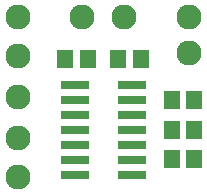
<source format=gbr>
G04 EAGLE Gerber RS-274X export*
G75*
%MOMM*%
%FSLAX34Y34*%
%LPD*%
%INSoldermask Top*%
%IPPOS*%
%AMOC8*
5,1,8,0,0,1.08239X$1,22.5*%
G01*
%ADD10R,1.427000X1.627000*%
%ADD11C,2.127000*%
%ADD12R,2.413000X0.736600*%


D10*
X105500Y135000D03*
X124500Y135000D03*
D11*
X20000Y35000D03*
X20000Y67500D03*
X20000Y137500D03*
X20000Y102500D03*
X75000Y170000D03*
X110000Y170000D03*
D10*
X60500Y135000D03*
X79500Y135000D03*
X150500Y100000D03*
X169500Y100000D03*
X150500Y50000D03*
X169500Y50000D03*
X150500Y75000D03*
X169500Y75000D03*
D11*
X20000Y170000D03*
X165000Y140000D03*
X165000Y170000D03*
D12*
X68370Y113100D03*
X68370Y100400D03*
X68370Y87700D03*
X68370Y75000D03*
X68370Y62300D03*
X68370Y49600D03*
X68370Y36900D03*
X116630Y36900D03*
X116630Y49600D03*
X116630Y62300D03*
X116630Y75000D03*
X116630Y87700D03*
X116630Y100400D03*
X116630Y113100D03*
M02*

</source>
